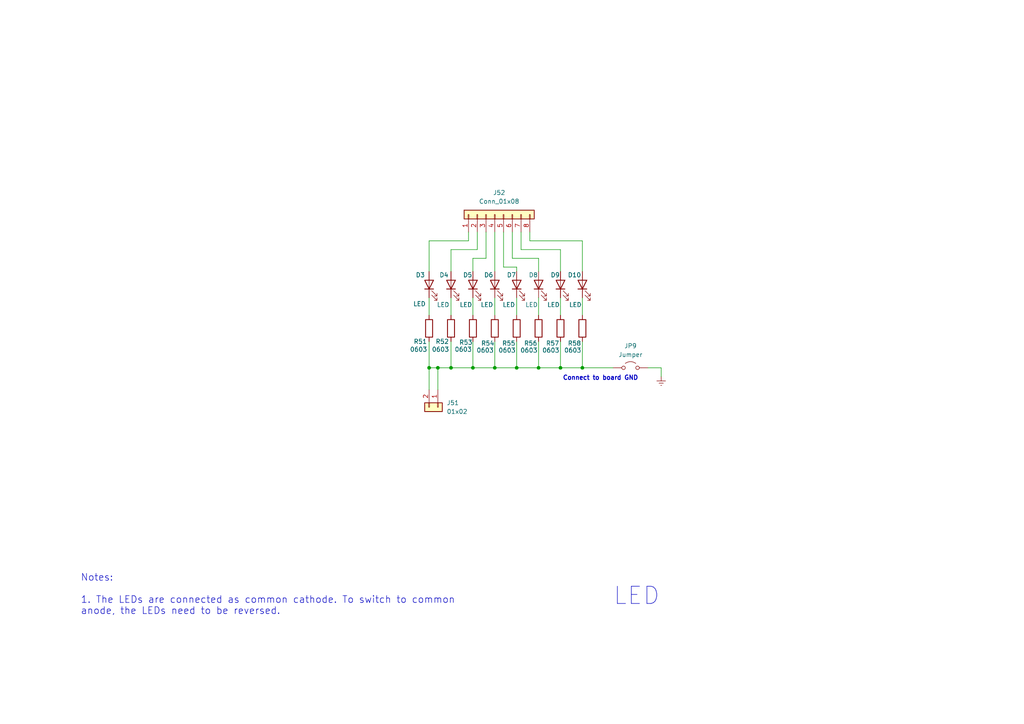
<source format=kicad_sch>
(kicad_sch (version 20231120) (generator "eeschema") (generator_version "8.0")
  (paper "A4")
  (title_block (title "ProtoConn Schematics") (date "2024-12-01") (rev "1") (company "@pakequis"))
  (lib_symbols
    (symbol "Connector_Generic:Conn_01x02" (pin_names (offset 1.016) hide)
      (property "Reference" "J" (at 0 2.54 0))
      (property "Value" "Conn_01x02" (at 0 -5.08 0))
      (symbol "Conn_01x02_1_1"
        (rectangle (start -1.27 -2.413) (end 0 -2.667) (stroke (width 0.1524)))
        (rectangle (start -1.27 0.127) (end 0 -0.127) (stroke (width 0.1524)))
        (rectangle (start -1.27 1.27) (end 1.27 -3.81) (stroke (width 0.254)) (fill (type background)))
        (pin passive line (at -5.08 0 0) (length 3.81) (name "Pin_1") (number "1"))
        (pin passive line (at -5.08 -2.54 0) (length 3.81) (name "Pin_2") (number "2"))
      )
    )
    (symbol "Connector_Generic:Conn_01x08" (pin_names (offset 1.016) hide)
      (property "Reference" "J" (at 0 10.16 0))
      (property "Value" "Conn_01x08" (at 0 -12.7 0))
      (symbol "Conn_01x08_1_1"
        (rectangle (start -1.27 -10.033) (end 0 -10.287) (stroke (width 0.1524)))
        (rectangle (start -1.27 -7.493) (end 0 -7.747) (stroke (width 0.1524)))
        (rectangle (start -1.27 -4.953) (end 0 -5.207) (stroke (width 0.1524)))
        (rectangle (start -1.27 -2.413) (end 0 -2.667) (stroke (width 0.1524)))
        (rectangle (start -1.27 0.127) (end 0 -0.127) (stroke (width 0.1524)))
        (rectangle (start -1.27 2.667) (end 0 2.413) (stroke (width 0.1524)))
        (rectangle (start -1.27 5.207) (end 0 4.953) (stroke (width 0.1524)))
        (rectangle (start -1.27 7.747) (end 0 7.493) (stroke (width 0.1524)))
        (rectangle (start -1.27 8.89) (end 1.27 -11.43) (stroke (width 0.254)) (fill (type background)))
        (pin passive line (at -5.08 7.62 0) (length 3.81) (name "Pin_1") (number "1"))
        (pin passive line (at -5.08 5.08 0) (length 3.81) (name "Pin_2") (number "2"))
        (pin passive line (at -5.08 2.54 0) (length 3.81) (name "Pin_3") (number "3"))
        (pin passive line (at -5.08 0 0) (length 3.81) (name "Pin_4") (number "4"))
        (pin passive line (at -5.08 -2.54 0) (length 3.81) (name "Pin_5") (number "5"))
        (pin passive line (at -5.08 -5.08 0) (length 3.81) (name "Pin_6") (number "6"))
        (pin passive line (at -5.08 -7.62 0) (length 3.81) (name "Pin_7") (number "7"))
        (pin passive line (at -5.08 -10.16 0) (length 3.81) (name "Pin_8") (number "8"))
      )
    )
    (symbol "Device:LED" (pin_numbers hide) (pin_names (offset 1.016) hide)
      (property "Reference" "D" (at 0 2.54 0))
      (property "Value" "LED" (at 0 -2.54 0))
      (symbol "LED_0_1"
        (polyline (pts (xy -1.27 -1.27) (xy -1.27 1.27)) (stroke (width 0.254)))
        (polyline (pts (xy -1.27 0) (xy 1.27 0)))
        (polyline (pts (xy 1.27 -1.27) (xy 1.27 1.27) (xy -1.27 0) (xy 1.27 -1.27)) (stroke (width 0.254)))
        (polyline (pts (xy -3.048 -0.762) (xy -4.572 -2.286) (xy -3.81 -2.286) (xy -4.572 -2.286) (xy -4.572 -1.524)))
        (polyline (pts (xy -1.778 -0.762) (xy -3.302 -2.286) (xy -2.54 -2.286) (xy -3.302 -2.286) (xy -3.302 -1.524)))
      )
      (symbol "LED_1_1"
        (pin passive line (at -3.81 0 0) (length 2.54) (name "K") (number "1"))
        (pin passive line (at 3.81 0 180) (length 2.54) (name "A") (number "2"))
      )
    )
    (symbol "Device:R" (pin_numbers hide) (pin_names (offset 0))
      (property "Reference" "R" (at 2.032 0 90))
      (property "Value" "R" (at 0 0 90))
      (symbol "R_0_1"
        (rectangle (start -1.016 -2.54) (end 1.016 2.54) (stroke (width 0.254)))
      )
      (symbol "R_1_1"
        (pin passive line (at 0 3.81 270) (length 1.27) (name "~") (number "1"))
        (pin passive line (at 0 -3.81 90) (length 1.27) (name "~") (number "2"))
      )
    )
    (symbol "Jumper:Jumper_2_Open" (pin_numbers hide) (pin_names (offset 0) hide) (exclude_from_sim yes)
      (property "Reference" "JP" (at 0 2.794 0))
      (property "Value" "Jumper_2_Open" (at 0 -2.286 0))
      (symbol "Jumper_2_Open_0_0"
        (circle (center -2.032 0) (radius 0.508))
        (circle (center 2.032 0) (radius 0.508))
      )
      (symbol "Jumper_2_Open_0_1"
        (arc (start 1.524 1.27) (mid 0 1.778) (end -1.524 1.27))
      )
      (symbol "Jumper_2_Open_1_1"
        (pin passive line (at -5.08 0 0) (length 2.54) (name "A") (number "1"))
        (pin passive line (at 5.08 0 180) (length 2.54) (name "B") (number "2"))
      )
    )
    (symbol "power:GNDREF" (power) (pin_numbers hide) (pin_names (offset 0) hide)
      (property "Value" "GNDREF" (at 0 -3.81 0))
      (symbol "GNDREF_0_1"
        (polyline (pts (xy -0.635 -1.905) (xy 0.635 -1.905)))
        (polyline (pts (xy -0.127 -2.54) (xy 0.127 -2.54)))
        (polyline (pts (xy 0 -1.27) (xy 0 0)))
        (polyline (pts (xy 1.27 -1.27) (xy -1.27 -1.27)))
      )
      (symbol "GNDREF_1_1"
        (pin power_in line (at 0 0 270) (length 0) (name "~") (number "1"))
      )
    )
  )
  (junction (at 137.16 106.68))
  (junction (at 143.51 106.68))
  (junction (at 124.46 106.68))
  (junction (at 168.91 106.68))
  (junction (at 127 106.68))
  (junction (at 149.86 106.68))
  (junction (at 130.81 106.68))
  (junction (at 162.56 106.68))
  (junction (at 156.21 106.68))
  (wire (pts (xy 135.89 69.85) (xy 124.46 69.85)))
  (wire (pts (xy 124.46 69.85) (xy 124.46 78.74)))
  (wire (pts (xy 130.81 72.39) (xy 130.81 78.74)))
  (wire (pts (xy 143.51 67.31) (xy 143.51 78.74)))
  (wire (pts (xy 124.46 113.03) (xy 124.46 106.68)))
  (wire (pts (xy 156.21 74.93) (xy 156.21 78.74)))
  (wire (pts (xy 168.91 69.85) (xy 168.91 78.74)))
  (wire (pts (xy 168.91 99.06) (xy 168.91 106.68)))
  (wire (pts (xy 151.13 67.31) (xy 151.13 72.39)))
  (wire (pts (xy 156.21 91.44) (xy 156.21 86.36)))
  (wire (pts (xy 153.67 67.31) (xy 153.67 69.85)))
  (wire (pts (xy 137.16 106.68) (xy 143.51 106.68)))
  (wire (pts (xy 143.51 106.68) (xy 143.51 99.06)))
  (wire (pts (xy 191.77 106.68) (xy 187.96 106.68)))
  (wire (pts (xy 151.13 72.39) (xy 162.56 72.39)))
  (wire (pts (xy 148.59 74.93) (xy 156.21 74.93)))
  (wire (pts (xy 127 106.68) (xy 130.81 106.68)))
  (wire (pts (xy 162.56 72.39) (xy 162.56 78.74)))
  (wire (pts (xy 138.43 67.31) (xy 138.43 72.39)))
  (wire (pts (xy 168.91 91.44) (xy 168.91 86.36)))
  (wire (pts (xy 162.56 106.68) (xy 156.21 106.68)))
  (wire (pts (xy 149.86 99.06) (xy 149.86 106.68)))
  (wire (pts (xy 135.89 67.31) (xy 135.89 69.85)))
  (wire (pts (xy 137.16 74.93) (xy 137.16 78.74)))
  (wire (pts (xy 153.67 69.85) (xy 168.91 69.85)))
  (wire (pts (xy 149.86 77.47) (xy 149.86 78.74)))
  (wire (pts (xy 124.46 106.68) (xy 127 106.68)))
  (wire (pts (xy 130.81 106.68) (xy 137.16 106.68)))
  (wire (pts (xy 143.51 91.44) (xy 143.51 86.36)))
  (wire (pts (xy 146.05 77.47) (xy 149.86 77.47)))
  (wire (pts (xy 162.56 99.06) (xy 162.56 106.68)))
  (wire (pts (xy 149.86 91.44) (xy 149.86 86.36)))
  (wire (pts (xy 156.21 99.06) (xy 156.21 106.68)))
  (wire (pts (xy 130.81 91.44) (xy 130.81 86.36)))
  (wire (pts (xy 146.05 67.31) (xy 146.05 77.47)))
  (wire (pts (xy 127 113.03) (xy 127 106.68)))
  (wire (pts (xy 168.91 106.68) (xy 177.8 106.68)))
  (wire (pts (xy 162.56 91.44) (xy 162.56 86.36)))
  (wire (pts (xy 149.86 106.68) (xy 143.51 106.68)))
  (wire (pts (xy 148.59 67.31) (xy 148.59 74.93)))
  (wire (pts (xy 140.97 74.93) (xy 137.16 74.93)))
  (wire (pts (xy 124.46 106.68) (xy 124.46 99.06)))
  (wire (pts (xy 149.86 106.68) (xy 156.21 106.68)))
  (wire (pts (xy 137.16 91.44) (xy 137.16 86.36)))
  (wire (pts (xy 168.91 106.68) (xy 162.56 106.68)))
  (wire (pts (xy 124.46 91.44) (xy 124.46 86.36)))
  (wire (pts (xy 130.81 99.06) (xy 130.81 106.68)))
  (wire (pts (xy 140.97 67.31) (xy 140.97 74.93)))
  (wire (pts (xy 191.77 109.22) (xy 191.77 106.68)))
  (wire (pts (xy 137.16 99.06) (xy 137.16 106.68)))
  (wire (pts (xy 138.43 72.39) (xy 130.81 72.39)))
  (text "Notes:\n\n1. The LEDs are connected as common cathode. To switch to common \nanode, the LEDs need to be reversed." (at 23.368 172.466 0) (effects (font (size 2 2)) (justify left)))
  (text "Connect to board GND" (at 185.166 109.728 0) (effects (font (size 1.27 1.27) (thickness 0.254) (bold yes)) (justify right)))
  (text "LED" (at 184.658 172.974 0) (effects (font (size 5 5))))
  (symbol (lib_id "Device:LED") (at 143.51 82.55 90) (unit 1)
    (property "Reference" "D6" (at 141.732 79.756 90))
    (property "Value" "LED" (at 141.224 88.392 90))
    (property "Footprint" "LED_SMD:LED_0603_1608Metric" (effects (hide yes)))
    (property "Description" "Light emitting diode" (effects (hide yes)))
  )
  (symbol (lib_id "Connector_Generic:Conn_01x02") (at 127 118.11 270) (unit 1)
    (property "Reference" "J51" (at 129.54 116.8399 90) (effects (justify left)))
    (property "Value" "01x02" (at 129.54 119.3799 90) (effects (justify left)))
    (property "Footprint" "Connector_PinHeader_2.54mm:PinHeader_1x02_P2.54mm_Vertical" (effects (hide yes)))
    (property "Description" "Generic connector, single row, 01x02, script generated (kicad-library-utils/schlib/autogen/connector/)" (effects (hide yes)))
  )
  (symbol (lib_id "Device:R") (at 149.86 95.25 0) (unit 1)
    (property "Reference" "R55" (at 147.574 99.568 0))
    (property "Value" "0603" (at 147.066 101.6 0))
    (property "Footprint" "Resistor_SMD:R_0603_1608Metric_Pad0.98x0.95mm_HandSolder" (effects (hide yes)))
    (property "Description" "Resistor" (effects (hide yes)))
  )
  (symbol (lib_id "power:GNDREF") (at 191.77 109.22 0) (unit 1)
    (property "Reference" "#PWR011" (effects (hide yes)))
    (property "Value" "GNDREF" (effects (hide yes)))
    (property "Description" "Power symbol creates a global label with name \"GNDREF\" , reference supply ground" (effects (hide yes)))
  )
  (symbol (lib_id "Device:R") (at 156.21 95.25 0) (unit 1)
    (property "Reference" "R56" (at 153.924 99.568 0))
    (property "Value" "0603" (at 153.416 101.6 0))
    (property "Footprint" "Resistor_SMD:R_0603_1608Metric_Pad0.98x0.95mm_HandSolder" (effects (hide yes)))
    (property "Description" "Resistor" (effects (hide yes)))
  )
  (symbol (lib_id "Device:LED") (at 156.21 82.55 90) (unit 1)
    (property "Reference" "D8" (at 154.686 79.756 90))
    (property "Value" "LED" (at 154.178 88.392 90))
    (property "Footprint" "LED_SMD:LED_0603_1608Metric" (effects (hide yes)))
    (property "Description" "Light emitting diode" (effects (hide yes)))
  )
  (symbol (lib_id "Device:LED") (at 130.81 82.55 90) (unit 1)
    (property "Reference" "D4" (at 128.778 79.756 90))
    (property "Value" "LED" (at 128.524 88.392 90))
    (property "Footprint" "LED_SMD:LED_0603_1608Metric" (effects (hide yes)))
    (property "Description" "Light emitting diode" (effects (hide yes)))
  )
  (symbol (lib_id "Device:R") (at 143.51 95.25 180) (unit 1)
    (property "Reference" "R54" (at 141.478 99.568 0))
    (property "Value" "0603" (at 140.716 101.6 0))
    (property "Footprint" "Resistor_SMD:R_0603_1608Metric_Pad0.98x0.95mm_HandSolder" (effects (hide yes)))
    (property "Description" "Resistor" (effects (hide yes)))
  )
  (symbol (lib_id "Connector_Generic:Conn_01x08") (at 143.51 62.23 90) (unit 1)
    (property "Reference" "J52" (at 144.78 55.88 90))
    (property "Value" "Conn_01x08" (at 144.78 58.42 90))
    (property "Footprint" "Connector_PinHeader_2.54mm:PinHeader_1x08_P2.54mm_Vertical" (effects (hide yes)))
    (property "Description" "Generic connector, single row, 01x08, script generated (kicad-library-utils/schlib/autogen/connector/)" (effects (hide yes)))
  )
  (symbol (lib_id "Device:R") (at 124.46 95.25 180) (unit 1)
    (property "Reference" "R51" (at 121.92 99.06 0))
    (property "Value" "0603" (at 121.412 101.346 0))
    (property "Footprint" "Resistor_SMD:R_0603_1608Metric_Pad0.98x0.95mm_HandSolder" (effects (hide yes)))
    (property "Description" "Resistor" (effects (hide yes)))
  )
  (symbol (lib_id "Device:R") (at 130.81 95.25 0) (unit 1)
    (property "Reference" "R52" (at 128.27 99.06 0))
    (property "Value" "0603" (at 127.762 101.346 0))
    (property "Footprint" "Resistor_SMD:R_0603_1608Metric_Pad0.98x0.95mm_HandSolder" (effects (hide yes)))
    (property "Description" "Resistor" (effects (hide yes)))
  )
  (symbol (lib_id "Device:R") (at 137.16 95.25 0) (unit 1)
    (property "Reference" "R53" (at 135.128 99.314 0))
    (property "Value" "0603" (at 134.366 101.346 0))
    (property "Footprint" "Resistor_SMD:R_0603_1608Metric_Pad0.98x0.95mm_HandSolder" (effects (hide yes)))
    (property "Description" "Resistor" (effects (hide yes)))
  )
  (symbol (lib_id "Device:LED") (at 124.46 82.55 90) (unit 1)
    (property "Reference" "D3" (at 121.92 79.756 90))
    (property "Value" "LED" (at 121.666 88.138 90))
    (property "Footprint" "LED_SMD:LED_0603_1608Metric" (effects (hide yes)))
    (property "Description" "Light emitting diode" (effects (hide yes)))
  )
  (symbol (lib_id "Device:LED") (at 162.56 82.55 90) (unit 1)
    (property "Reference" "D9" (at 161.036 79.756 90))
    (property "Value" "LED" (at 160.528 88.392 90))
    (property "Footprint" "LED_SMD:LED_0603_1608Metric" (effects (hide yes)))
    (property "Description" "Light emitting diode" (effects (hide yes)))
  )
  (symbol (lib_id "Device:LED") (at 168.91 82.55 90) (unit 1)
    (property "Reference" "D10" (at 166.624 79.756 90))
    (property "Value" "LED" (at 166.878 88.392 90))
    (property "Footprint" "LED_SMD:LED_0603_1608Metric" (effects (hide yes)))
    (property "Description" "Light emitting diode" (effects (hide yes)))
  )
  (symbol (lib_id "Device:R") (at 162.56 95.25 180) (unit 1)
    (property "Reference" "R57" (at 160.274 99.568 0))
    (property "Value" "0603" (at 159.766 101.6 0))
    (property "Footprint" "Resistor_SMD:R_0603_1608Metric_Pad0.98x0.95mm_HandSolder" (effects (hide yes)))
    (property "Description" "Resistor" (effects (hide yes)))
  )
  (symbol (lib_id "Device:R") (at 168.91 95.25 0) (unit 1)
    (property "Reference" "R58" (at 166.624 99.568 0))
    (property "Value" "0603" (at 166.116 101.6 0))
    (property "Footprint" "Resistor_SMD:R_0603_1608Metric_Pad0.98x0.95mm_HandSolder" (effects (hide yes)))
    (property "Description" "Resistor" (effects (hide yes)))
  )
  (symbol (lib_id "Jumper:Jumper_2_Open") (at 182.88 106.68 0) (unit 1) (exclude_from_sim yes)
    (property "Reference" "JP9" (at 182.88 100.33 0))
    (property "Value" "Jumper" (at 182.88 102.87 0))
    (property "Footprint" "Connector_PinHeader_2.54mm:PinHeader_1x02_P2.54mm_Vertical" (effects (hide yes)))
    (property "Description" "Jumper, 2-pole, open" (effects (hide yes)))
  )
  (symbol (lib_id "Device:LED") (at 149.86 82.55 90) (unit 1)
    (property "Reference" "D7" (at 148.336 79.756 90))
    (property "Value" "LED" (at 147.574 88.392 90))
    (property "Footprint" "LED_SMD:LED_0603_1608Metric" (effects (hide yes)))
    (property "Description" "Light emitting diode" (effects (hide yes)))
  )
  (symbol (lib_id "Device:LED") (at 137.16 82.55 90) (unit 1)
    (property "Reference" "D5" (at 135.636 79.756 90))
    (property "Value" "LED" (at 135.128 88.392 90))
    (property "Footprint" "LED_SMD:LED_0603_1608Metric" (effects (hide yes)))
    (property "Description" "Light emitting diode" (effects (hide yes)))
  )
)
</source>
